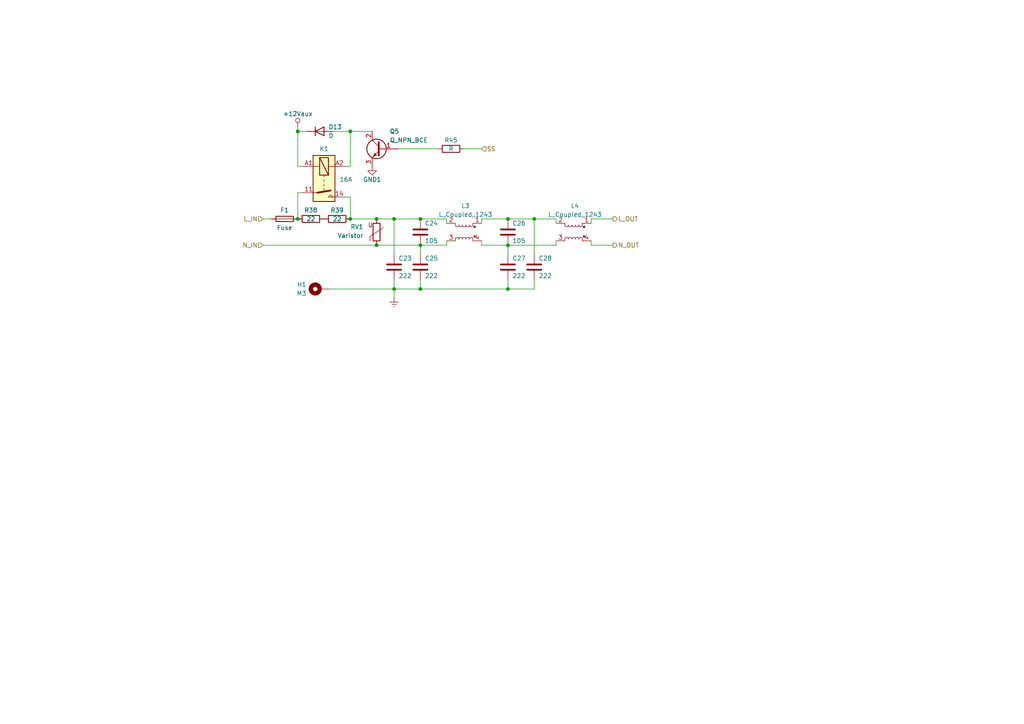
<source format=kicad_sch>
(kicad_sch (version 20211123) (generator eeschema)
  (paper "A4")
  (lib_symbols
    (symbol "Device:C" (pin_numbers hide) (pin_names (offset 0.254))
      (property "Reference" "C" (at 0.635 2.54 0))
      (property "Value" "C" (at 0.635 -2.54 0))
      (symbol "C_0_1"
        (polyline (pts (xy -2.032 -0.762) (xy 2.032 -0.762)) (stroke (width 0.508)))
        (polyline (pts (xy -2.032 0.762) (xy 2.032 0.762)) (stroke (width 0.508)))
      )
      (symbol "C_1_1"
        (pin passive line (at 0 3.81 270) (length 2.794) (name "~") (number "1"))
        (pin passive line (at 0 -3.81 90) (length 2.794) (name "~") (number "2"))
      )
    )
    (symbol "Device:D" (pin_numbers hide) (pin_names (offset 1.016) hide)
      (property "Reference" "D" (at 0 2.54 0))
      (property "Value" "D" (at 0 -2.54 0))
      (symbol "D_0_1"
        (polyline (pts (xy -1.27 1.27) (xy -1.27 -1.27)) (stroke (width 0.254)))
        (polyline (pts (xy 1.27 0) (xy -1.27 0)))
        (polyline (pts (xy 1.27 1.27) (xy 1.27 -1.27) (xy -1.27 0) (xy 1.27 1.27)) (stroke (width 0.254)))
      )
      (symbol "D_1_1"
        (pin passive line (at -3.81 0 0) (length 2.54) (name "K") (number "1"))
        (pin passive line (at 3.81 0 180) (length 2.54) (name "A") (number "2"))
      )
    )
    (symbol "Device:Fuse" (pin_numbers hide) (pin_names (offset 0))
      (property "Reference" "F" (at 2.032 0 90))
      (property "Value" "Fuse" (at -1.905 0 90))
      (symbol "Fuse_0_1"
        (rectangle (start -0.762 -2.54) (end 0.762 2.54) (stroke (width 0.254)))
        (polyline (pts (xy 0 2.54) (xy 0 -2.54)))
      )
      (symbol "Fuse_1_1"
        (pin passive line (at 0 3.81 270) (length 1.27) (name "~") (number "1"))
        (pin passive line (at 0 -3.81 90) (length 1.27) (name "~") (number "2"))
      )
    )
    (symbol "Device:L_Coupled_1243" (pin_names (offset 0.254) hide)
      (property "Reference" "L" (at 0 4.445 0))
      (property "Value" "L_Coupled_1243" (at 0 -4.445 0))
      (symbol "L_Coupled_1243_0_1"
        (circle (center -3.048 -1.27) (radius 0.254) (fill (type outline)))
        (circle (center -3.048 1.524) (radius 0.254) (fill (type outline)))
        (arc (start -2.54 2.032) (mid -2.032 1.524) (end -1.524 2.032))
        (arc (start -1.524 -2.032) (mid -2.032 -1.524) (end -2.54 -2.032))
        (arc (start -1.524 2.032) (mid -1.016 1.524) (end -0.508 2.032))
        (arc (start -0.508 -2.032) (mid -1.016 -1.524) (end -1.524 -2.032))
        (arc (start -0.508 2.032) (mid 0 1.524) (end 0.508 2.032))
        (polyline (pts (xy -2.54 -2.032) (xy -2.54 -2.54)))
        (polyline (pts (xy -2.54 2.032) (xy -2.54 2.54)))
        (polyline (pts (xy 2.54 -2.032) (xy 2.54 -2.54)))
        (polyline (pts (xy 2.54 2.54) (xy 2.54 2.032)))
        (arc (start 0.508 -2.032) (mid 0 -1.524) (end -0.508 -2.032))
        (arc (start 0.508 2.032) (mid 1.016 1.524) (end 1.524 2.032))
        (arc (start 1.524 -2.032) (mid 1.016 -1.524) (end 0.508 -2.032))
        (arc (start 1.524 2.032) (mid 2.032 1.524) (end 2.54 2.032))
        (arc (start 2.54 -2.032) (mid 2.032 -1.524) (end 1.524 -2.032))
      )
      (symbol "L_Coupled_1243_1_1"
        (pin passive line (at -5.08 2.54 0) (length 2.54) (name "1") (number "1"))
        (pin passive line (at 5.08 2.54 180) (length 2.54) (name "2") (number "2"))
        (pin passive line (at 5.08 -2.54 180) (length 2.54) (name "3") (number "3"))
        (pin passive line (at -5.08 -2.54 0) (length 2.54) (name "4") (number "4"))
      )
    )
    (symbol "Device:Q_NPN_BCE" (pin_names (offset 0) hide)
      (property "Reference" "Q" (at 5.08 1.27 0))
      (property "Value" "Q_NPN_BCE" (at 5.08 -1.27 0))
      (symbol "Q_NPN_BCE_0_1"
        (polyline (pts (xy 0.635 0.635) (xy 2.54 2.54)))
        (polyline (pts (xy 0.635 -0.635) (xy 2.54 -2.54) (xy 2.54 -2.54)))
        (polyline (pts (xy 0.635 1.905) (xy 0.635 -1.905) (xy 0.635 -1.905)) (stroke (width 0.508)))
        (polyline (pts (xy 1.27 -1.778) (xy 1.778 -1.27) (xy 2.286 -2.286) (xy 1.27 -1.778) (xy 1.27 -1.778)) (fill (type outline)))
        (circle (center 1.27 0) (radius 2.8194) (stroke (width 0.254)))
      )
      (symbol "Q_NPN_BCE_1_1"
        (pin input line (at -5.08 0 0) (length 5.715) (name "B") (number "1"))
        (pin passive line (at 2.54 5.08 270) (length 2.54) (name "C") (number "2"))
        (pin passive line (at 2.54 -5.08 90) (length 2.54) (name "E") (number "3"))
      )
    )
    (symbol "Device:R" (pin_numbers hide) (pin_names (offset 0))
      (property "Reference" "R" (at 2.032 0 90))
      (property "Value" "R" (at 0 0 90))
      (symbol "R_0_1"
        (rectangle (start -1.016 -2.54) (end 1.016 2.54) (stroke (width 0.254)))
      )
      (symbol "R_1_1"
        (pin passive line (at 0 3.81 270) (length 1.27) (name "~") (number "1"))
        (pin passive line (at 0 -3.81 90) (length 1.27) (name "~") (number "2"))
      )
    )
    (symbol "Device:Varistor" (pin_numbers hide) (pin_names (offset 0))
      (property "Reference" "RV" (at 3.175 0 90))
      (property "Value" "Varistor" (at -3.175 0 90))
      (symbol "Varistor_0_0"
        (text "U" (at -1.778 -2.032 0) (effects (font (size 1.27 1.27))))
      )
      (symbol "Varistor_0_1"
        (rectangle (start -1.016 -2.54) (end 1.016 2.54) (stroke (width 0.254)))
        (polyline (pts (xy -1.905 2.54) (xy -1.905 1.27) (xy 1.905 -1.27)))
      )
      (symbol "Varistor_1_1"
        (pin passive line (at 0 3.81 270) (length 1.27) (name "~") (number "1"))
        (pin passive line (at 0 -3.81 90) (length 1.27) (name "~") (number "2"))
      )
    )
    (symbol "HR-parts:+12Vaux" (power) (pin_numbers hide) (pin_names (offset 0))
      (property "Value" "+12Vaux" (at 0 3.81 0))
      (symbol "+12Vaux_0_0"
        (pin power_in line (at 0 0 90) (length 0) hide (name "+12Vaux") (number "1"))
      )
      (symbol "+12Vaux_0_1"
        (polyline (pts (xy 0 0) (xy 0 1.27)))
        (circle (center 0 1.905) (radius 0.635))
      )
    )
    (symbol "HR-parts:RELAY_GENERIC_SPNO"
      (property "Reference" "K" (at 0 8.89 0))
      (property "Value" "RELAY_GENERIC_SPNO" (at 0 -8.89 0))
      (symbol "RELAY_GENERIC_SPNO_0_1"
        (rectangle (start -3.175 6.985) (end 3.175 -6.35) (stroke (width 0.254)) (fill (type background)))
        (rectangle (start -1.27 6.35) (end 1.27 1.27) (stroke (width 0.254)))
        (polyline (pts (xy -2.54 3.81) (xy -1.27 3.81)))
        (polyline (pts (xy -1.905 -3.81) (xy -2.54 -3.81)))
        (polyline (pts (xy -1.905 -3.81) (xy 1.905 -3.175)) (stroke (width 0.508)))
        (polyline (pts (xy -1.27 6.35) (xy 1.27 1.27)) (stroke (width 0.254)))
        (polyline (pts (xy 0 -2.54) (xy 0 -3.175)))
        (polyline (pts (xy 0 -1.27) (xy 0 -1.905)))
        (polyline (pts (xy 0 0) (xy 0 -0.635)))
        (polyline (pts (xy 0 1.27) (xy 0 0.635)))
        (polyline (pts (xy 2.54 3.81) (xy 1.27 3.81)))
        (polyline (pts (xy 2.54 -5.08) (xy 1.27 -5.08) (xy 1.905 -4.445) (xy 2.54 -5.08)))
      )
      (symbol "RELAY_GENERIC_SPNO_1_1"
        (pin passive line (at -6.35 -3.81 0) (length 3.81) (name "") (number "11"))
        (pin passive line (at 6.35 -5.08 180) (length 3.81) (name "") (number "14"))
        (pin passive line (at -6.35 3.81 0) (length 3.81) (name "") (number "A1"))
        (pin passive line (at 6.35 3.81 180) (length 3.81) (name "") (number "A2"))
      )
    )
    (symbol "Mechanical:MountingHole_Pad" (pin_numbers hide) (pin_names (offset 1.016) hide)
      (property "Reference" "H" (at 0 6.35 0))
      (property "Value" "MountingHole_Pad" (at 0 4.445 0))
      (symbol "MountingHole_Pad_0_1"
        (circle (center 0 1.27) (radius 1.27) (stroke (width 1.27)))
      )
      (symbol "MountingHole_Pad_1_1"
        (pin input line (at 0 -2.54 90) (length 2.54) (name "1") (number "1"))
      )
    )
    (symbol "power:Earth" (power) (pin_names (offset 0))
      (symbol "Earth_0_1"
        (polyline (pts (xy -0.635 -1.905) (xy 0.635 -1.905)))
        (polyline (pts (xy -0.127 -2.54) (xy 0.127 -2.54)))
        (polyline (pts (xy 0 -1.27) (xy 0 0)))
        (polyline (pts (xy 1.27 -1.27) (xy -1.27 -1.27)))
      )
      (symbol "Earth_1_1"
        (pin power_in line (at 0 0 270) (length 0) hide (name "Earth") (number "1"))
      )
    )
    (symbol "power:GND1" (power) (pin_names (offset 0))
      (property "Value" "GND1" (at 0 -3.81 0))
      (symbol "GND1_0_1"
        (polyline (pts (xy 0 0) (xy 0 -1.27) (xy 1.27 -1.27) (xy 0 -2.54) (xy -1.27 -1.27) (xy 0 -1.27)))
      )
      (symbol "GND1_1_1"
        (pin power_in line (at 0 0 270) (length 0) hide (name "GND1") (number "1"))
      )
    )
  )
  (junction (at 121.92 71.12))
  (junction (at 101.6 63.5))
  (junction (at 86.36 63.5))
  (junction (at 86.36 38.1))
  (junction (at 147.32 71.12))
  (junction (at 147.32 63.5))
  (junction (at 147.32 83.82))
  (junction (at 101.6 38.1))
  (junction (at 109.22 63.5))
  (junction (at 121.92 63.5))
  (junction (at 109.22 71.12))
  (junction (at 114.3 83.82))
  (junction (at 121.92 83.82))
  (junction (at 154.94 63.5))
  (junction (at 114.3 63.5))
  (wire (pts (xy 86.36 36.83) (xy 86.36 38.1)))
  (wire (pts (xy 87.63 48.26) (xy 86.36 48.26)))
  (wire (pts (xy 147.32 71.12) (xy 161.29 71.12)))
  (wire (pts (xy 86.36 38.1) (xy 88.9 38.1)))
  (wire (pts (xy 129.54 64.77) (xy 129.54 63.5)))
  (wire (pts (xy 109.22 63.5) (xy 114.3 63.5)))
  (wire (pts (xy 154.94 63.5) (xy 161.29 63.5)))
  (wire (pts (xy 139.7 71.12) (xy 147.32 71.12)))
  (wire (pts (xy 101.6 38.1) (xy 96.52 38.1)))
  (wire (pts (xy 161.29 64.77) (xy 161.29 63.5)))
  (wire (pts (xy 161.29 69.85) (xy 161.29 71.12)))
  (wire (pts (xy 121.92 81.28) (xy 121.92 83.82)))
  (wire (pts (xy 114.3 63.5) (xy 114.3 73.66)))
  (wire (pts (xy 95.25 83.82) (xy 114.3 83.82)))
  (wire (pts (xy 100.33 48.26) (xy 101.6 48.26)))
  (wire (pts (xy 154.94 63.5) (xy 154.94 73.66)))
  (wire (pts (xy 121.92 71.12) (xy 109.22 71.12)))
  (wire (pts (xy 129.54 71.12) (xy 129.54 69.85)))
  (wire (pts (xy 171.45 71.12) (xy 177.8 71.12)))
  (wire (pts (xy 86.36 55.88) (xy 87.63 55.88)))
  (wire (pts (xy 171.45 64.77) (xy 171.45 63.5)))
  (wire (pts (xy 171.45 63.5) (xy 177.8 63.5)))
  (wire (pts (xy 101.6 38.1) (xy 107.95 38.1)))
  (wire (pts (xy 147.32 83.82) (xy 154.94 83.82)))
  (wire (pts (xy 101.6 57.15) (xy 100.33 57.15)))
  (wire (pts (xy 114.3 83.82) (xy 114.3 86.36)))
  (wire (pts (xy 109.22 71.12) (xy 76.2 71.12)))
  (wire (pts (xy 121.92 63.5) (xy 114.3 63.5)))
  (wire (pts (xy 86.36 48.26) (xy 86.36 38.1)))
  (wire (pts (xy 129.54 63.5) (xy 121.92 63.5)))
  (wire (pts (xy 114.3 81.28) (xy 114.3 83.82)))
  (wire (pts (xy 101.6 63.5) (xy 101.6 57.15)))
  (wire (pts (xy 101.6 63.5) (xy 109.22 63.5)))
  (wire (pts (xy 139.7 63.5) (xy 139.7 64.77)))
  (wire (pts (xy 121.92 71.12) (xy 121.92 73.66)))
  (wire (pts (xy 154.94 83.82) (xy 154.94 81.28)))
  (wire (pts (xy 86.36 63.5) (xy 86.36 55.88)))
  (wire (pts (xy 76.2 63.5) (xy 78.74 63.5)))
  (wire (pts (xy 171.45 69.85) (xy 171.45 71.12)))
  (wire (pts (xy 101.6 48.26) (xy 101.6 38.1)))
  (wire (pts (xy 147.32 81.28) (xy 147.32 83.82)))
  (wire (pts (xy 114.3 83.82) (xy 121.92 83.82)))
  (wire (pts (xy 121.92 71.12) (xy 129.54 71.12)))
  (wire (pts (xy 147.32 71.12) (xy 147.32 73.66)))
  (wire (pts (xy 121.92 83.82) (xy 147.32 83.82)))
  (wire (pts (xy 147.32 63.5) (xy 154.94 63.5)))
  (wire (pts (xy 139.7 69.85) (xy 139.7 71.12)))
  (wire (pts (xy 134.62 43.18) (xy 139.7 43.18)))
  (wire (pts (xy 147.32 63.5) (xy 139.7 63.5)))
  (wire (pts (xy 115.57 43.18) (xy 127 43.18)))
  (hierarchical_label "L_OUT" (shape output) (at 177.8 63.5 0))
  (hierarchical_label "N_IN" (shape input) (at 76.2 71.12 180))
  (hierarchical_label "L_IN" (shape input) (at 76.2 63.5 180))
  (hierarchical_label "SS" (shape input) (at 139.7 43.18 0))
  (hierarchical_label "N_OUT" (shape output) (at 177.8 71.12 0))
  (symbol (lib_id "Device:C") (at 147.32 67.31 0) (unit 1)
    (property "Reference" "C26" (at 148.59 64.77 0) (effects (justify left)))
    (property "Value" "105" (at 148.59 69.85 0) (effects (justify left)))
    (property "Footprint" "Capacitor_THT:C_Rect_L24.0mm_W10.9mm_P22.50mm_MKT" (effects hide))
  )
  (symbol (lib_id "power:Earth") (at 114.3 86.36 0) (unit 1)
    (property "Reference" "#PWR014" (effects hide))
    (property "Value" "Earth" (effects hide))
  )
  (symbol (lib_id "Device:C") (at 121.92 67.31 0) (unit 1)
    (property "Reference" "C24" (at 123.19 64.77 0) (effects (justify left)))
    (property "Value" "105" (at 123.19 69.85 0) (effects (justify left)))
    (property "Footprint" "Capacitor_THT:C_Rect_L24.0mm_W10.9mm_P22.50mm_MKT" (effects hide))
  )
  (symbol (lib_id "Device:Fuse") (at 82.55 63.5 90) (unit 1)
    (property "Reference" "F1" (at 82.55 60.96 90))
    (property "Value" "Fuse" (at 82.55 66.04 90))
    (property "Footprint" "Fuse:Fuseholder_Clip-6.3x32mm_Littelfuse_102_Inline_P34.21x7.62mm_D2.54mm_Horizontal" (effects hide))
  )
  (symbol (lib_id "Device:R") (at 97.79 63.5 90) (unit 1)
    (property "Reference" "R39" (at 97.79 60.96 90))
    (property "Value" "22" (at 97.79 63.5 90))
    (property "Footprint" "Resistor_THT:R_Axial_DIN0918_L18.0mm_D9.0mm_P7.62mm_Vertical" (effects hide))
  )
  (symbol (lib_id "Device:C") (at 147.32 77.47 0) (unit 1)
    (property "Reference" "C27" (at 148.59 74.93 0) (effects (justify left)))
    (property "Value" "222" (at 148.59 80.01 0) (effects (justify left)))
    (property "Footprint" "Capacitor_THT:C_Disc_D10.5mm_W5.0mm_P7.50mm" (effects hide))
  )
  (symbol (lib_id "power:GND1") (at 107.95 48.26 0) (unit 1)
    (property "Reference" "#PWR023" (effects hide))
    (property "Value" "GND1" (at 107.95 52.07 0))
  )
  (symbol (lib_id "Device:Varistor") (at 109.22 67.31 0) (mirror x) (unit 1)
    (property "Reference" "RV1" (at 105.41 65.7867 0) (effects (justify right)))
    (property "Value" "Varistor" (at 105.41 68.3267 0) (effects (justify right)))
    (property "Footprint" "Varistor:RV_Disc_D21.5mm_W4.7mm_P10mm" (effects hide))
  )
  (symbol (lib_id "Device:Q_NPN_BCE") (at 110.49 43.18 0) (mirror y) (unit 1)
    (property "Reference" "Q5" (at 113.03 38.1 0) (effects (justify right)))
    (property "Value" "Q_NPN_BCE" (at 113.03 40.64 0) (effects (justify right)))
    (property "Footprint" "Package_TO_SOT_SMD:SOT-23" (effects hide))
  )
  (symbol (lib_id "Device:R") (at 90.17 63.5 90) (unit 1)
    (property "Reference" "R38" (at 90.17 60.96 90))
    (property "Value" "22" (at 90.17 63.5 90))
    (property "Footprint" "Resistor_THT:R_Axial_DIN0918_L18.0mm_D9.0mm_P7.62mm_Vertical" (effects hide))
  )
  (symbol (lib_id "HR-parts:+12Vaux") (at 86.36 36.83 0) (unit 1)
    (property "Reference" "#PWR022" (effects hide))
    (property "Value" "+12Vaux" (at 86.36 33.02 0))
  )
  (symbol (lib_id "Mechanical:MountingHole_Pad") (at 92.71 83.82 90) (unit 1)
    (property "Reference" "H1" (at 88.9 82.55 90) (effects (justify left)))
    (property "Value" "M3" (at 88.9 85.09 90) (effects (justify left)))
    (property "Footprint" "MountingHole:MountingHole_3.2mm_M3_Pad" (effects hide))
  )
  (symbol (lib_id "Device:L_Coupled_1243") (at 166.37 67.31 0) (mirror y) (unit 1)
    (property "Reference" "L4" (at 166.751 59.69 0))
    (property "Value" "L_Coupled_1243" (at 166.751 62.23 0))
    (property "Footprint" "Inductor_THT:L_CommonMode_Toroid_Vertical_L30.5mm_W15.2mm_Px10.16mm_Py20.32mm_Bourns_8100" (effects hide))
  )
  (symbol (lib_id "Device:D") (at 92.71 38.1 0) (unit 1)
    (property "Reference" "D13" (at 95.25 36.83 0) (effects (justify left)))
    (property "Value" "D" (at 95.25 39.37 0) (effects (justify left)))
    (property "Footprint" "Diode_SMD:D_SOD-123" (effects hide))
  )
  (symbol (lib_id "Device:C") (at 154.94 77.47 0) (unit 1)
    (property "Reference" "C28" (at 156.21 74.93 0) (effects (justify left)))
    (property "Value" "222" (at 156.21 80.01 0) (effects (justify left)))
    (property "Footprint" "Capacitor_THT:C_Disc_D10.5mm_W5.0mm_P7.50mm" (effects hide))
  )
  (symbol (lib_id "Device:C") (at 121.92 77.47 0) (unit 1)
    (property "Reference" "C25" (at 123.19 74.93 0) (effects (justify left)))
    (property "Value" "222" (at 123.19 80.01 0) (effects (justify left)))
    (property "Footprint" "Capacitor_THT:C_Disc_D10.5mm_W5.0mm_P7.50mm" (effects hide))
  )
  (symbol (lib_id "HR-parts:RELAY_GENERIC_SPNO") (at 93.98 52.07 0) (unit 1)
    (property "Reference" "K1" (at 93.98 43.18 0))
    (property "Value" "16A" (at 100.33 52.07 0))
    (property "Footprint" "Relay_THT:Relay_1-Form-A_Schrack-RYII_RM5mm" (effects hide))
  )
  (symbol (lib_id "Device:C") (at 114.3 77.47 0) (unit 1)
    (property "Reference" "C23" (at 115.57 74.93 0) (effects (justify left)))
    (property "Value" "222" (at 115.57 80.01 0) (effects (justify left)))
    (property "Footprint" "Capacitor_THT:C_Disc_D10.5mm_W5.0mm_P7.50mm" (effects hide))
  )
  (symbol (lib_id "Device:L_Coupled_1243") (at 134.62 67.31 0) (mirror y) (unit 1)
    (property "Reference" "L3" (at 135.001 59.69 0))
    (property "Value" "L_Coupled_1243" (at 135.001 62.23 0))
    (property "Footprint" "Inductor_THT:L_CommonMode_Toroid_Vertical_L30.5mm_W15.2mm_Px10.16mm_Py20.32mm_Bourns_8100" (effects hide))
  )
  (symbol (lib_id "Device:R") (at 130.81 43.18 90) (unit 1)
    (property "Reference" "R45" (at 130.81 40.64 90))
    (property "Value" "R" (at 130.81 43.18 90))
    (property "Footprint" "Resistor_SMD:R_0805_2012Metric" (effects hide))
  )
)
</source>
